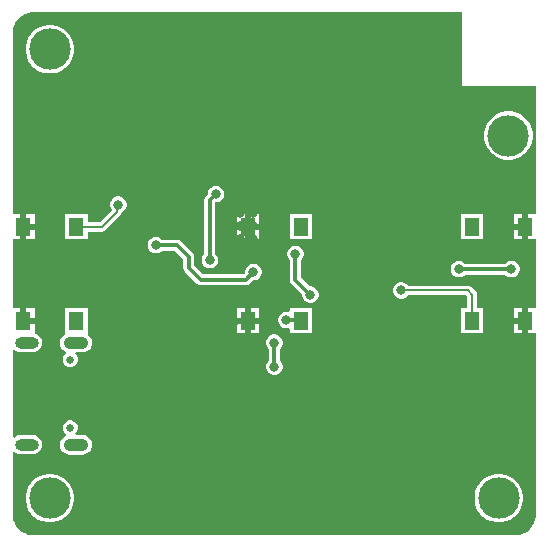
<source format=gbl>
G04*
G04 #@! TF.GenerationSoftware,Altium Limited,Altium Designer,22.6.1 (34)*
G04*
G04 Layer_Physical_Order=2*
G04 Layer_Color=16711680*
%FSLAX25Y25*%
%MOIN*%
G70*
G04*
G04 #@! TF.SameCoordinates,C960C2BB-4387-47BD-B0B2-73E0CB32DA73*
G04*
G04*
G04 #@! TF.FilePolarity,Positive*
G04*
G01*
G75*
%ADD12C,0.00787*%
%ADD69C,0.01181*%
%ADD73C,0.13780*%
%ADD74C,0.02559*%
%ADD75O,0.08268X0.04134*%
%ADD76O,0.07874X0.03937*%
%ADD77C,0.03150*%
%ADD78R,0.05118X0.06102*%
G36*
X-80709Y87077D02*
X62500D01*
Y62500D01*
X87077D01*
Y19882D01*
X84646D01*
Y15650D01*
Y11417D01*
X87077D01*
Y-11417D01*
X84646D01*
Y-15650D01*
Y-19882D01*
X87077D01*
Y-80709D01*
X87084Y-80741D01*
X86964Y-81953D01*
X86602Y-83149D01*
X86012Y-84252D01*
X85219Y-85219D01*
X84252Y-86012D01*
X83150Y-86602D01*
X81953Y-86964D01*
X80741Y-87084D01*
X80709Y-87077D01*
X-80709D01*
X-80741Y-87084D01*
X-81953Y-86964D01*
X-83150Y-86602D01*
X-84252Y-86012D01*
X-85219Y-85219D01*
X-86012Y-84252D01*
X-86602Y-83149D01*
X-86964Y-81953D01*
X-87084Y-80741D01*
X-87077Y-80709D01*
Y-59550D01*
X-86577Y-59360D01*
X-86057Y-59759D01*
X-85291Y-60076D01*
X-84469Y-60185D01*
X-80532D01*
X-79709Y-60076D01*
X-78943Y-59759D01*
X-78285Y-59254D01*
X-77780Y-58596D01*
X-77463Y-57830D01*
X-77355Y-57008D01*
X-77463Y-56186D01*
X-77780Y-55419D01*
X-78285Y-54761D01*
X-78943Y-54257D01*
X-79709Y-53939D01*
X-80532Y-53831D01*
X-84469D01*
X-85291Y-53939D01*
X-86057Y-54257D01*
X-86577Y-54656D01*
X-87077Y-54466D01*
Y-25534D01*
X-86577Y-25344D01*
X-86057Y-25743D01*
X-85291Y-26061D01*
X-84469Y-26169D01*
X-80532D01*
X-79709Y-26061D01*
X-78943Y-25743D01*
X-78285Y-25238D01*
X-77780Y-24580D01*
X-77463Y-23814D01*
X-77355Y-22992D01*
X-77463Y-22170D01*
X-77780Y-21404D01*
X-78285Y-20746D01*
X-78943Y-20241D01*
X-79476Y-20020D01*
X-79478Y-20019D01*
X-79478Y-20019D01*
X-79709Y-19924D01*
X-79921Y-19882D01*
X-79921Y-19882D01*
Y-16634D01*
X-83661D01*
Y-15650D01*
X-84646D01*
Y-11417D01*
X-87077D01*
Y11417D01*
X-84646D01*
Y15650D01*
Y19882D01*
X-87077D01*
Y80209D01*
X-87077Y80709D01*
X-87039Y81193D01*
X-86964Y81953D01*
X-86602Y83149D01*
X-86012Y84252D01*
X-85219Y85219D01*
X-84252Y86012D01*
X-83149Y86602D01*
X-81953Y86964D01*
X-80741Y87084D01*
X-80709Y87077D01*
D02*
G37*
%LPC*%
G36*
X-74008Y82874D02*
X-75598D01*
X-77157Y82564D01*
X-78626Y81955D01*
X-79948Y81072D01*
X-81072Y79948D01*
X-81955Y78626D01*
X-82564Y77157D01*
X-82874Y75598D01*
Y74008D01*
X-82564Y72449D01*
X-81955Y70980D01*
X-81072Y69658D01*
X-79948Y68534D01*
X-78626Y67651D01*
X-77157Y67042D01*
X-75598Y66732D01*
X-74008D01*
X-72449Y67042D01*
X-70980Y67651D01*
X-69658Y68534D01*
X-68534Y69658D01*
X-67651Y70980D01*
X-67042Y72449D01*
X-66732Y74008D01*
Y75598D01*
X-67042Y77157D01*
X-67651Y78626D01*
X-68534Y79948D01*
X-69658Y81072D01*
X-70980Y81955D01*
X-72449Y82564D01*
X-74008Y82874D01*
D02*
G37*
G36*
X78795Y54071D02*
X77205D01*
X75646Y53761D01*
X74177Y53152D01*
X72855Y52269D01*
X71731Y51145D01*
X70848Y49823D01*
X70239Y48354D01*
X69929Y46795D01*
Y45205D01*
X70239Y43646D01*
X70848Y42177D01*
X71731Y40855D01*
X72855Y39731D01*
X74177Y38848D01*
X75646Y38239D01*
X77205Y37929D01*
X78795D01*
X80354Y38239D01*
X81823Y38848D01*
X83145Y39731D01*
X84269Y40855D01*
X85152Y42177D01*
X85761Y43646D01*
X86071Y45205D01*
Y46795D01*
X85761Y48354D01*
X85152Y49823D01*
X84269Y51145D01*
X83145Y52269D01*
X81823Y53152D01*
X80354Y53761D01*
X78795Y54071D01*
D02*
G37*
G36*
X-51637Y25756D02*
X-52363D01*
X-53064Y25568D01*
X-53692Y25205D01*
X-54205Y24692D01*
X-54568Y24064D01*
X-54756Y23363D01*
Y22637D01*
X-54568Y21936D01*
X-54205Y21308D01*
X-54084Y21187D01*
X-58016Y17255D01*
X-62205D01*
Y19882D01*
X-69685D01*
Y11417D01*
X-62205D01*
Y14044D01*
X-57350D01*
X-57350Y14044D01*
X-56736Y14166D01*
X-56215Y14514D01*
X-51317Y19413D01*
X-51317Y19413D01*
X-50968Y19934D01*
X-50861Y20475D01*
X-50308Y20795D01*
X-49795Y21308D01*
X-49432Y21936D01*
X-49244Y22637D01*
Y23363D01*
X-49432Y24064D01*
X-49795Y24692D01*
X-50308Y25205D01*
X-50936Y25568D01*
X-51637Y25756D01*
D02*
G37*
G36*
X-79921Y19882D02*
X-82677D01*
Y16634D01*
X-79921D01*
Y19882D01*
D02*
G37*
G36*
X-5118D02*
X-7874D01*
Y16634D01*
X-5118D01*
Y19882D01*
D02*
G37*
G36*
X-9843D02*
X-12598D01*
Y16634D01*
X-9843D01*
Y19882D01*
D02*
G37*
G36*
X82677D02*
X79921D01*
Y16634D01*
X82677D01*
Y19882D01*
D02*
G37*
G36*
Y14665D02*
X79921D01*
Y11417D01*
X82677D01*
Y14665D01*
D02*
G37*
G36*
X69685Y19882D02*
X62205D01*
Y11417D01*
X69685D01*
Y19882D01*
D02*
G37*
G36*
X12598D02*
X5118D01*
Y11417D01*
X12598D01*
Y19882D01*
D02*
G37*
G36*
X-5118Y14665D02*
X-7874D01*
Y11417D01*
X-5118D01*
Y14665D01*
D02*
G37*
G36*
X-9843D02*
X-12598D01*
Y11417D01*
X-9843D01*
Y14665D01*
D02*
G37*
G36*
X-79921Y14665D02*
X-82677D01*
Y11417D01*
X-79921D01*
Y14665D01*
D02*
G37*
G36*
X79363Y4256D02*
X78637D01*
X77936Y4068D01*
X77308Y3705D01*
X76909Y3306D01*
X63591D01*
X63192Y3705D01*
X62564Y4068D01*
X61863Y4256D01*
X61137D01*
X60436Y4068D01*
X59808Y3705D01*
X59295Y3192D01*
X58932Y2564D01*
X58744Y1863D01*
Y1137D01*
X58932Y436D01*
X59295Y-192D01*
X59808Y-705D01*
X60436Y-1068D01*
X61137Y-1256D01*
X61863D01*
X62564Y-1068D01*
X63192Y-705D01*
X63591Y-306D01*
X76909D01*
X77308Y-705D01*
X77936Y-1068D01*
X78637Y-1256D01*
X79363D01*
X80064Y-1068D01*
X80692Y-705D01*
X81205Y-192D01*
X81568Y436D01*
X81756Y1137D01*
Y1863D01*
X81568Y2564D01*
X81205Y3192D01*
X80692Y3705D01*
X80064Y4068D01*
X79363Y4256D01*
D02*
G37*
G36*
X-19137Y29256D02*
X-19863D01*
X-20564Y29068D01*
X-21192Y28705D01*
X-21705Y28192D01*
X-22068Y27564D01*
X-22256Y26863D01*
Y26299D01*
X-22777Y25777D01*
X-23169Y25191D01*
X-23306Y24500D01*
Y6591D01*
X-23705Y6192D01*
X-24068Y5564D01*
X-24256Y4863D01*
Y4137D01*
X-24068Y3436D01*
X-23705Y2808D01*
X-23192Y2295D01*
X-22564Y1932D01*
X-21863Y1744D01*
X-21137D01*
X-20436Y1932D01*
X-19808Y2295D01*
X-19295Y2808D01*
X-18932Y3436D01*
X-18744Y4137D01*
Y4863D01*
X-18932Y5564D01*
X-19295Y6192D01*
X-19694Y6591D01*
Y23744D01*
X-19137D01*
X-18436Y23932D01*
X-17808Y24295D01*
X-17295Y24808D01*
X-16932Y25436D01*
X-16744Y26137D01*
Y26863D01*
X-16932Y27564D01*
X-17295Y28192D01*
X-17808Y28705D01*
X-18436Y29068D01*
X-19137Y29256D01*
D02*
G37*
G36*
X-39137Y12256D02*
X-39863D01*
X-40564Y12068D01*
X-41192Y11705D01*
X-41705Y11192D01*
X-42068Y10564D01*
X-42256Y9863D01*
Y9137D01*
X-42068Y8436D01*
X-41705Y7808D01*
X-41192Y7295D01*
X-40564Y6932D01*
X-39863Y6744D01*
X-39137D01*
X-38436Y6932D01*
X-37808Y7295D01*
X-37409Y7694D01*
X-33248D01*
X-30306Y4752D01*
Y2000D01*
X-30169Y1309D01*
X-29777Y723D01*
X-25777Y-3277D01*
X-25191Y-3669D01*
X-24500Y-3806D01*
X-9500D01*
X-8809Y-3669D01*
X-8223Y-3277D01*
X-7201Y-2256D01*
X-6637D01*
X-5936Y-2068D01*
X-5308Y-1705D01*
X-4795Y-1192D01*
X-4432Y-564D01*
X-4244Y137D01*
Y863D01*
X-4432Y1564D01*
X-4795Y2192D01*
X-5308Y2705D01*
X-5936Y3068D01*
X-6637Y3256D01*
X-7363D01*
X-8064Y3068D01*
X-8692Y2705D01*
X-9205Y2192D01*
X-9568Y1564D01*
X-9756Y863D01*
Y299D01*
X-10248Y-194D01*
X-23752D01*
X-26694Y2748D01*
Y5500D01*
X-26831Y6191D01*
X-27223Y6777D01*
X-31223Y10777D01*
X-31809Y11169D01*
X-32500Y11306D01*
X-37409D01*
X-37808Y11705D01*
X-38436Y12068D01*
X-39137Y12256D01*
D02*
G37*
G36*
X7363Y9256D02*
X6637D01*
X5936Y9068D01*
X5308Y8705D01*
X4795Y8192D01*
X4432Y7564D01*
X4244Y6863D01*
Y6137D01*
X4432Y5436D01*
X4795Y4808D01*
X5194Y4409D01*
Y-2000D01*
X5331Y-2691D01*
X5723Y-3277D01*
X9244Y-6799D01*
Y-7363D01*
X9432Y-8064D01*
X9795Y-8692D01*
X10308Y-9205D01*
X10936Y-9568D01*
X11637Y-9756D01*
X12363D01*
X13064Y-9568D01*
X13692Y-9205D01*
X14205Y-8692D01*
X14568Y-8064D01*
X14756Y-7363D01*
Y-6637D01*
X14568Y-5936D01*
X14205Y-5308D01*
X13692Y-4795D01*
X13064Y-4432D01*
X12363Y-4244D01*
X11799D01*
X8806Y-1252D01*
Y4409D01*
X9205Y4808D01*
X9568Y5436D01*
X9756Y6137D01*
Y6863D01*
X9568Y7564D01*
X9205Y8192D01*
X8692Y8705D01*
X8064Y9068D01*
X7363Y9256D01*
D02*
G37*
G36*
X12598Y-11417D02*
X5118D01*
Y-12429D01*
X4618Y-12812D01*
X4363Y-12744D01*
X3637D01*
X2936Y-12932D01*
X2308Y-13295D01*
X1795Y-13808D01*
X1432Y-14436D01*
X1244Y-15137D01*
Y-15863D01*
X1432Y-16564D01*
X1795Y-17192D01*
X2308Y-17705D01*
X2936Y-18068D01*
X3637Y-18256D01*
X4363D01*
X4618Y-18188D01*
X5118Y-18571D01*
Y-19882D01*
X12598D01*
Y-11417D01*
D02*
G37*
G36*
X-79921D02*
X-82677D01*
Y-14665D01*
X-79921D01*
Y-11417D01*
D02*
G37*
G36*
X-5118D02*
X-7874D01*
Y-14665D01*
X-5118D01*
Y-11417D01*
D02*
G37*
G36*
X-9843D02*
X-12598D01*
Y-14665D01*
X-9843D01*
Y-11417D01*
D02*
G37*
G36*
X82677D02*
X79921D01*
Y-14665D01*
X82677D01*
Y-11417D01*
D02*
G37*
G36*
Y-16634D02*
X79921D01*
Y-19882D01*
X82677D01*
Y-16634D01*
D02*
G37*
G36*
X42717Y-2794D02*
X41991D01*
X41290Y-2982D01*
X40662Y-3345D01*
X40149Y-3858D01*
X39786Y-4486D01*
X39598Y-5187D01*
Y-5913D01*
X39786Y-6614D01*
X40149Y-7242D01*
X40662Y-7755D01*
X41290Y-8118D01*
X41991Y-8306D01*
X42717D01*
X43418Y-8118D01*
X44046Y-7755D01*
X44559Y-7242D01*
X44609Y-7156D01*
X63885D01*
X64339Y-7610D01*
Y-11417D01*
X62205D01*
Y-19882D01*
X69685D01*
Y-11417D01*
X67550D01*
Y-6945D01*
X67550Y-6945D01*
X67428Y-6330D01*
X67080Y-5810D01*
X65685Y-4415D01*
X65165Y-4067D01*
X64550Y-3944D01*
X64550Y-3944D01*
X44609D01*
X44559Y-3858D01*
X44046Y-3345D01*
X43418Y-2982D01*
X42717Y-2794D01*
D02*
G37*
G36*
X-5118Y-16634D02*
X-7874D01*
Y-19882D01*
X-5118D01*
Y-16634D01*
D02*
G37*
G36*
X-9843D02*
X-12598D01*
Y-19882D01*
X-9843D01*
Y-16634D01*
D02*
G37*
G36*
X-62205Y-11417D02*
X-69685D01*
Y-19882D01*
X-69918Y-20285D01*
X-70427Y-20676D01*
X-70947Y-21354D01*
X-71275Y-22144D01*
X-71386Y-22992D01*
X-71275Y-23840D01*
X-70947Y-24630D01*
X-70427Y-25309D01*
X-69748Y-25829D01*
X-69377Y-25983D01*
Y-26524D01*
X-69406Y-26536D01*
X-70098Y-27228D01*
X-70472Y-28133D01*
Y-29111D01*
X-70098Y-30016D01*
X-69406Y-30708D01*
X-68501Y-31083D01*
X-67522D01*
X-66618Y-30708D01*
X-65926Y-30016D01*
X-65551Y-29111D01*
Y-28133D01*
X-65926Y-27228D01*
X-66386Y-26768D01*
X-66179Y-26268D01*
X-63976D01*
X-63129Y-26157D01*
X-62338Y-25829D01*
X-61660Y-25309D01*
X-61139Y-24630D01*
X-60812Y-23840D01*
X-60700Y-22992D01*
X-60812Y-22144D01*
X-61139Y-21354D01*
X-61660Y-20676D01*
X-62074Y-20358D01*
X-62205Y-19882D01*
X-62205D01*
X-62205Y-19882D01*
Y-11417D01*
D02*
G37*
G36*
X363Y-20244D02*
X-363D01*
X-1064Y-20432D01*
X-1692Y-20795D01*
X-2205Y-21308D01*
X-2568Y-21936D01*
X-2756Y-22637D01*
Y-23363D01*
X-2568Y-24064D01*
X-2205Y-24692D01*
X-1806Y-25091D01*
Y-28909D01*
X-2205Y-29308D01*
X-2568Y-29936D01*
X-2756Y-30637D01*
Y-31363D01*
X-2568Y-32064D01*
X-2205Y-32692D01*
X-1692Y-33205D01*
X-1064Y-33568D01*
X-363Y-33756D01*
X363D01*
X1064Y-33568D01*
X1692Y-33205D01*
X2205Y-32692D01*
X2568Y-32064D01*
X2756Y-31363D01*
Y-30637D01*
X2568Y-29936D01*
X2205Y-29308D01*
X1806Y-28909D01*
Y-25091D01*
X2205Y-24692D01*
X2568Y-24064D01*
X2756Y-23363D01*
Y-22637D01*
X2568Y-21936D01*
X2205Y-21308D01*
X1692Y-20795D01*
X1064Y-20432D01*
X363Y-20244D01*
D02*
G37*
G36*
X-67522Y-48917D02*
X-68501D01*
X-69406Y-49292D01*
X-70098Y-49984D01*
X-70472Y-50889D01*
Y-51867D01*
X-70098Y-52772D01*
X-69406Y-53464D01*
X-69377Y-53476D01*
Y-54017D01*
X-69748Y-54171D01*
X-70427Y-54691D01*
X-70947Y-55370D01*
X-71275Y-56160D01*
X-71386Y-57008D01*
X-71275Y-57856D01*
X-70947Y-58646D01*
X-70427Y-59324D01*
X-69748Y-59845D01*
X-68958Y-60172D01*
X-68110Y-60284D01*
X-63976D01*
X-63129Y-60172D01*
X-62338Y-59845D01*
X-61660Y-59324D01*
X-61139Y-58646D01*
X-60812Y-57856D01*
X-60700Y-57008D01*
X-60812Y-56160D01*
X-61139Y-55370D01*
X-61660Y-54691D01*
X-62338Y-54171D01*
X-63129Y-53843D01*
X-63976Y-53732D01*
X-66179D01*
X-66386Y-53232D01*
X-65926Y-52772D01*
X-65551Y-51867D01*
Y-50889D01*
X-65926Y-49984D01*
X-66618Y-49292D01*
X-67522Y-48917D01*
D02*
G37*
G36*
X75598Y-66732D02*
X74008D01*
X72449Y-67042D01*
X70980Y-67651D01*
X69658Y-68534D01*
X68534Y-69658D01*
X67651Y-70980D01*
X67042Y-72449D01*
X66732Y-74008D01*
Y-75598D01*
X67042Y-77157D01*
X67651Y-78626D01*
X68534Y-79948D01*
X69658Y-81072D01*
X70980Y-81955D01*
X72449Y-82564D01*
X74008Y-82874D01*
X75598D01*
X77157Y-82564D01*
X78626Y-81955D01*
X79948Y-81072D01*
X81072Y-79948D01*
X81955Y-78626D01*
X82564Y-77157D01*
X82874Y-75598D01*
Y-74008D01*
X82564Y-72449D01*
X81955Y-70980D01*
X81072Y-69658D01*
X79948Y-68534D01*
X78626Y-67651D01*
X77157Y-67042D01*
X75598Y-66732D01*
D02*
G37*
G36*
X-74008D02*
X-75598D01*
X-77157Y-67042D01*
X-78626Y-67651D01*
X-79948Y-68534D01*
X-81072Y-69658D01*
X-81955Y-70980D01*
X-82564Y-72449D01*
X-82874Y-74008D01*
Y-75598D01*
X-82564Y-77157D01*
X-81955Y-78626D01*
X-81072Y-79948D01*
X-79948Y-81072D01*
X-78626Y-81955D01*
X-77157Y-82564D01*
X-75598Y-82874D01*
X-74008D01*
X-72449Y-82564D01*
X-70980Y-81955D01*
X-69658Y-81072D01*
X-68534Y-79948D01*
X-67651Y-78626D01*
X-67042Y-77157D01*
X-66732Y-75598D01*
Y-74008D01*
X-67042Y-72449D01*
X-67651Y-70980D01*
X-68534Y-69658D01*
X-69658Y-68534D01*
X-70980Y-67651D01*
X-72449Y-67042D01*
X-74008Y-66732D01*
D02*
G37*
%LPD*%
D12*
X64550Y-5550D02*
X65945Y-6945D01*
Y-15650D02*
Y-6945D01*
X42354Y-5550D02*
X64550D01*
X-52452Y22548D02*
X-52000Y23000D01*
X-52452Y20548D02*
Y22548D01*
X-57350Y15650D02*
X-52452Y20548D01*
X-65945Y15650D02*
X-57350D01*
D69*
X0Y-31000D02*
Y-23000D01*
X7000Y-2000D02*
X12000Y-7000D01*
X7000Y-2000D02*
Y6500D01*
X4000Y-15500D02*
X8709D01*
X8858Y-15650D01*
X-9500Y-2000D02*
X-7000Y500D01*
X-24500Y-2000D02*
X-9500D01*
X-28500Y2000D02*
X-24500Y-2000D01*
X-28500Y2000D02*
Y5500D01*
X-32500Y9500D02*
X-28500Y5500D01*
X-39500Y9500D02*
X-32500D01*
X61500Y1500D02*
X79000D01*
X-21500Y24500D02*
X-19500Y26500D01*
X-21500Y4500D02*
Y24500D01*
D73*
X78000Y46000D02*
D03*
X74803Y-74803D02*
D03*
X-74803D02*
D03*
Y74803D02*
D03*
D74*
X-68012Y-28622D02*
D03*
Y-51378D02*
D03*
D75*
X-66043Y-57008D02*
D03*
Y-22992D02*
D03*
D76*
X-82500Y-57008D02*
D03*
Y-22992D02*
D03*
D77*
X-2669Y20331D02*
D03*
Y16000D02*
D03*
Y11669D02*
D03*
X-7000Y20331D02*
D03*
Y16000D02*
D03*
Y11669D02*
D03*
X-11331Y20331D02*
D03*
Y16000D02*
D03*
Y11669D02*
D03*
X71750Y55000D02*
D03*
X83500D02*
D03*
X30375Y83500D02*
D03*
X20750D02*
D03*
X11125D02*
D03*
X1500D02*
D03*
X-4500D02*
D03*
X49625Y63250D02*
D03*
X40000D02*
D03*
X49500Y55000D02*
D03*
X39875D02*
D03*
X11000D02*
D03*
X20625D02*
D03*
X30250D02*
D03*
X11125Y63250D02*
D03*
X20750D02*
D03*
X30375D02*
D03*
X-4500Y77500D02*
D03*
X83500Y60750D02*
D03*
X71750D02*
D03*
X60000D02*
D03*
X1500Y77500D02*
D03*
X11125D02*
D03*
X20750D02*
D03*
X30375D02*
D03*
X40125Y80000D02*
D03*
X52625D02*
D03*
X60000D02*
D03*
Y69000D02*
D03*
X52625D02*
D03*
X40125D02*
D03*
X30375Y71500D02*
D03*
X20750D02*
D03*
X11125D02*
D03*
X-4500Y52250D02*
D03*
Y61875D02*
D03*
Y71500D02*
D03*
X1500D02*
D03*
Y61875D02*
D03*
Y52250D02*
D03*
Y42625D02*
D03*
Y33000D02*
D03*
X-5000Y-61000D02*
D03*
X-32000Y-82000D02*
D03*
X0Y-31000D02*
D03*
Y-23000D02*
D03*
X42354Y-5550D02*
D03*
X12000Y-7000D02*
D03*
X4000Y-15500D02*
D03*
X-7000Y500D02*
D03*
X-39500Y9500D02*
D03*
X79000Y1500D02*
D03*
X61500D02*
D03*
X-13500Y-16000D02*
D03*
X-38000Y3000D02*
D03*
X-52000Y23000D02*
D03*
X-37500Y33000D02*
D03*
X-60000Y-16000D02*
D03*
X-58000Y-53000D02*
D03*
X-27815Y47602D02*
D03*
X-11000Y41110D02*
D03*
X-19500Y26500D02*
D03*
X-21500Y4500D02*
D03*
X-45750Y-61250D02*
D03*
X-24850Y-48650D02*
D03*
X-11750Y-33650D02*
D03*
X-38736Y-31736D02*
D03*
X-29000Y-19000D02*
D03*
X-55110Y8819D02*
D03*
X-66500Y40500D02*
D03*
X-80110Y2650D02*
D03*
X-33610Y22000D02*
D03*
X59500Y52500D02*
D03*
X16500Y-1500D02*
D03*
X7000Y6500D02*
D03*
X27350Y19850D02*
D03*
X61142Y8858D02*
D03*
Y-8858D02*
D03*
X23000Y-11000D02*
D03*
X52850Y-49150D02*
D03*
X34938Y-44000D02*
D03*
X18188D02*
D03*
D78*
X8858Y-15650D02*
D03*
X-8858D02*
D03*
Y15650D02*
D03*
X8858D02*
D03*
X65945D02*
D03*
X83661D02*
D03*
Y-15650D02*
D03*
X65945D02*
D03*
X-65945D02*
D03*
X-83661D02*
D03*
Y15650D02*
D03*
X-65945D02*
D03*
M02*

</source>
